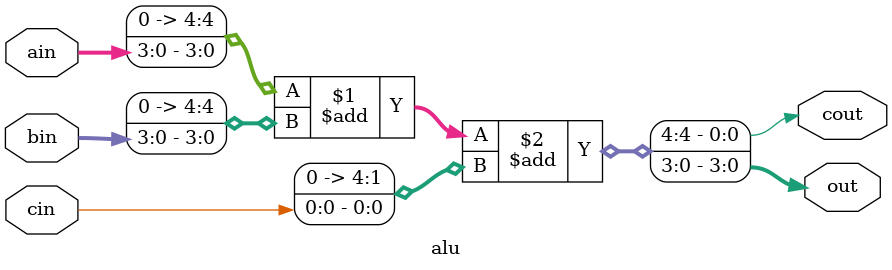
<source format=v>
module alu(
	input [3:0] ain,
	input [3:0] bin,
	input cin,
	output [3:0] out,
	output cout
	);
	
	assign {cout,out} = {1'b0,ain}+{1'b0,bin}+{4'b0,cin};
	
endmodule



</source>
